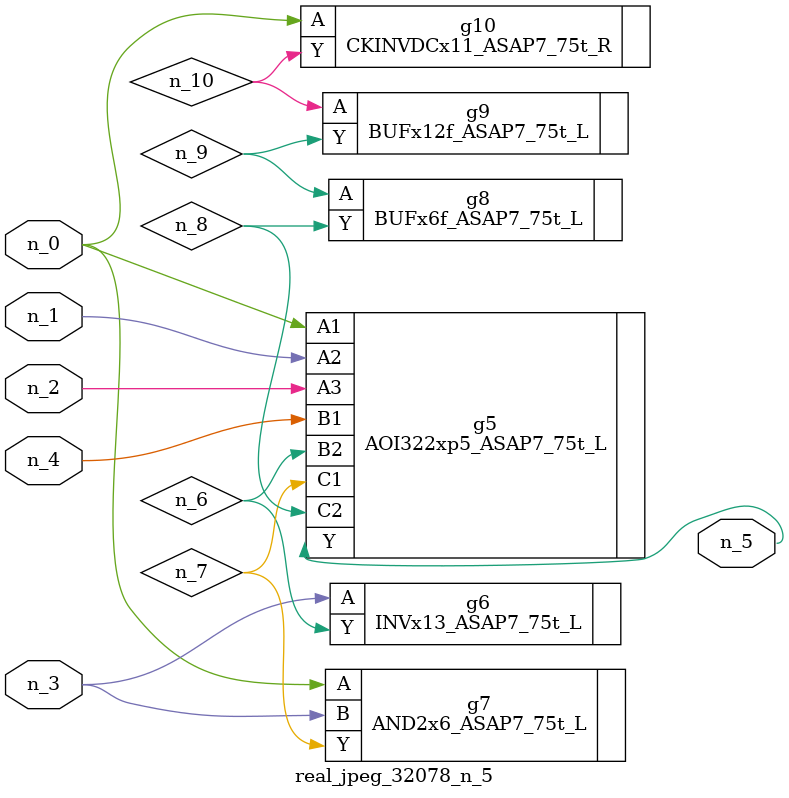
<source format=v>
module real_jpeg_32078_n_5 (n_4, n_0, n_1, n_2, n_3, n_5);

input n_4;
input n_0;
input n_1;
input n_2;
input n_3;

output n_5;

wire n_8;
wire n_6;
wire n_7;
wire n_10;
wire n_9;

AOI322xp5_ASAP7_75t_L g5 ( 
.A1(n_0),
.A2(n_1),
.A3(n_2),
.B1(n_4),
.B2(n_6),
.C1(n_7),
.C2(n_8),
.Y(n_5)
);

AND2x6_ASAP7_75t_L g7 ( 
.A(n_0),
.B(n_3),
.Y(n_7)
);

CKINVDCx11_ASAP7_75t_R g10 ( 
.A(n_0),
.Y(n_10)
);

INVx13_ASAP7_75t_L g6 ( 
.A(n_3),
.Y(n_6)
);

BUFx6f_ASAP7_75t_L g8 ( 
.A(n_9),
.Y(n_8)
);

BUFx12f_ASAP7_75t_L g9 ( 
.A(n_10),
.Y(n_9)
);


endmodule
</source>
